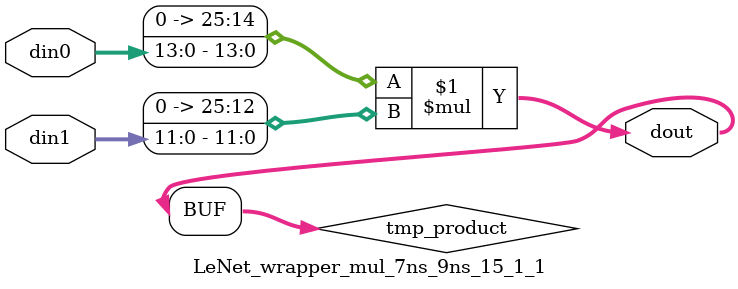
<source format=v>

`timescale 1 ns / 1 ps

  module LeNet_wrapper_mul_7ns_9ns_15_1_1(din0, din1, dout);
parameter ID = 1;
parameter NUM_STAGE = 0;
parameter din0_WIDTH = 14;
parameter din1_WIDTH = 12;
parameter dout_WIDTH = 26;

input [din0_WIDTH - 1 : 0] din0; 
input [din1_WIDTH - 1 : 0] din1; 
output [dout_WIDTH - 1 : 0] dout;

wire signed [dout_WIDTH - 1 : 0] tmp_product;










assign tmp_product = $signed({1'b0, din0}) * $signed({1'b0, din1});











assign dout = tmp_product;







endmodule

</source>
